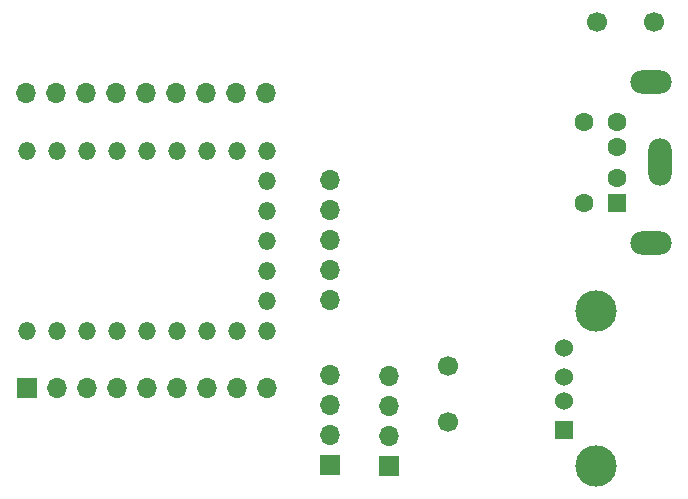
<source format=gbr>
%TF.GenerationSoftware,KiCad,Pcbnew,8.0.4*%
%TF.CreationDate,2024-08-06T16:01:06+03:00*%
%TF.ProjectId,ps2usb,70733275-7362-42e6-9b69-6361645f7063,rev?*%
%TF.SameCoordinates,Original*%
%TF.FileFunction,Soldermask,Bot*%
%TF.FilePolarity,Negative*%
%FSLAX46Y46*%
G04 Gerber Fmt 4.6, Leading zero omitted, Abs format (unit mm)*
G04 Created by KiCad (PCBNEW 8.0.4) date 2024-08-06 16:01:06*
%MOMM*%
%LPD*%
G01*
G04 APERTURE LIST*
%ADD10C,1.700000*%
%ADD11O,1.500000X1.500000*%
%ADD12R,1.700000X1.700000*%
%ADD13O,1.700000X1.700000*%
%ADD14C,1.600000*%
%ADD15O,3.500000X2.000000*%
%ADD16O,2.000000X4.000000*%
%ADD17R,1.600000X1.600000*%
%ADD18R,1.524000X1.524000*%
%ADD19C,1.524000*%
%ADD20C,3.500000*%
G04 APERTURE END LIST*
D10*
%TO.C,LED1*%
X171700000Y-78600000D03*
X166900000Y-78600000D03*
%TD*%
%TO.C,R1*%
X154300000Y-112500000D03*
X154300000Y-107700000D03*
%TD*%
D11*
%TO.C,RZ1*%
X118680000Y-89500000D03*
X121220000Y-89500000D03*
X123760000Y-89500000D03*
X126300000Y-89500000D03*
X128840000Y-89500000D03*
X131380000Y-89500000D03*
X133920000Y-89500000D03*
X136460000Y-89500000D03*
X139000000Y-89500000D03*
X139000000Y-92040000D03*
X139000000Y-94580000D03*
X139000000Y-97120000D03*
X139000000Y-99660000D03*
X139000000Y-102200000D03*
X139000000Y-104740000D03*
X136460000Y-104740000D03*
X133920000Y-104740000D03*
X131380000Y-104740000D03*
X128840000Y-104740000D03*
X126300000Y-104740000D03*
X123760000Y-104740000D03*
X118680000Y-104740000D03*
X121220000Y-104740000D03*
%TD*%
D12*
%TO.C,RPZC1*%
X118640000Y-109600000D03*
D13*
X121180000Y-109600000D03*
X123720000Y-109600000D03*
X126260000Y-109600000D03*
X128800000Y-109600000D03*
X131340000Y-109600000D03*
X133880000Y-109600000D03*
X136420000Y-109600000D03*
X138960000Y-109600000D03*
%TD*%
D12*
%TO.C,KEYBOARD1*%
X144300000Y-116140000D03*
D13*
X144300000Y-113600000D03*
X144300000Y-111060000D03*
X144300000Y-108520000D03*
%TD*%
D14*
%TO.C,PS/2*%
X168600000Y-89200000D03*
X168600000Y-91800000D03*
D15*
X171450000Y-97350000D03*
D16*
X172250000Y-90500000D03*
D14*
X168600000Y-87100000D03*
D15*
X171450000Y-83650000D03*
D17*
X168600000Y-93900000D03*
D14*
X165800000Y-87100000D03*
X165800000Y-93900000D03*
%TD*%
D18*
%TO.C,USB1*%
X164090000Y-113170000D03*
D19*
X164090000Y-110670000D03*
X164090000Y-108670000D03*
X164090000Y-106170000D03*
D20*
X166800000Y-116240000D03*
X166800000Y-103100000D03*
%TD*%
D13*
%TO.C,RPZC3*%
X118600000Y-84600000D03*
X121140000Y-84600000D03*
X123680000Y-84600000D03*
X126220000Y-84600000D03*
X128760000Y-84600000D03*
X131300000Y-84600000D03*
X133840000Y-84600000D03*
X136380000Y-84600000D03*
X138920000Y-84600000D03*
%TD*%
D12*
%TO.C,MOUSE1*%
X149300000Y-116180000D03*
D13*
X149300000Y-113640000D03*
X149300000Y-111100000D03*
X149300000Y-108560000D03*
%TD*%
%TO.C,RPZC2*%
X144300000Y-91980000D03*
X144300000Y-94520000D03*
X144300000Y-97060000D03*
X144300000Y-99600000D03*
X144300000Y-102140000D03*
%TD*%
M02*

</source>
